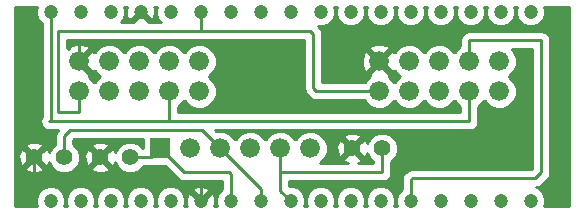
<source format=gtl>
G04 #@! TF.FileFunction,Copper,L1,Top,Signal*
%FSLAX46Y46*%
G04 Gerber Fmt 4.6, Leading zero omitted, Abs format (unit mm)*
G04 Created by KiCad (PCBNEW 0.201412191901+5326~19~ubuntu14.04.1-product) date Mon 22 Dec 2014 04:55:03 PM PST*
%MOMM*%
G01*
G04 APERTURE LIST*
%ADD10C,0.100000*%
%ADD11R,1.676400X1.676400*%
%ADD12C,1.676400*%
%ADD13C,1.397000*%
%ADD14C,1.200000*%
%ADD15C,0.889000*%
%ADD16C,0.254000*%
G04 APERTURE END LIST*
D10*
D11*
X161290000Y-99568000D03*
D12*
X163830000Y-99568000D03*
X166370000Y-99568000D03*
X168910000Y-99568000D03*
X171450000Y-99568000D03*
X173990000Y-99568000D03*
X154432000Y-94742000D03*
X154432000Y-92202000D03*
X156972000Y-94742000D03*
X156972000Y-92202000D03*
X159512000Y-94742000D03*
X159512000Y-92202000D03*
X162052000Y-94742000D03*
X162052000Y-92202000D03*
X164592000Y-94742000D03*
X164592000Y-92202000D03*
X179832000Y-94742000D03*
X179832000Y-92202000D03*
X182372000Y-94742000D03*
X182372000Y-92202000D03*
X184912000Y-94742000D03*
X184912000Y-92202000D03*
X187452000Y-94742000D03*
X187452000Y-92202000D03*
X189992000Y-94742000D03*
X189992000Y-92202000D03*
D13*
X153162000Y-100330000D03*
X150622000Y-100330000D03*
X156210000Y-100330000D03*
X158750000Y-100330000D03*
X180086000Y-99568000D03*
X177546000Y-99568000D03*
D14*
X152001100Y-88003600D03*
X154541100Y-88003600D03*
X157081100Y-88003600D03*
X159621100Y-88003600D03*
X162161100Y-88003600D03*
X164701100Y-88003600D03*
X167241100Y-88003600D03*
X169781100Y-88003600D03*
X172321100Y-88003600D03*
X174861100Y-88003600D03*
X177401100Y-88003600D03*
X179941100Y-88003600D03*
X182481100Y-88003600D03*
X185021100Y-88003600D03*
X187561100Y-88003600D03*
X190101100Y-88003600D03*
X192641100Y-88003600D03*
X152001100Y-104003600D03*
X154541100Y-104003600D03*
X157081100Y-104003600D03*
X159621100Y-104003600D03*
X162161100Y-104003600D03*
X164701100Y-104003600D03*
X167241100Y-104003600D03*
X169781100Y-104003600D03*
X172321100Y-104003600D03*
X174861100Y-104003600D03*
X177401100Y-104003600D03*
X179941100Y-104003600D03*
X182481100Y-104003600D03*
X185021100Y-104003600D03*
X187561100Y-104003600D03*
X190101100Y-104003600D03*
X192641100Y-104003600D03*
D15*
X173990000Y-96012000D03*
X172720000Y-92202000D03*
D16*
X167241100Y-101709100D02*
X167132000Y-101600000D01*
X167132000Y-101600000D02*
X163322000Y-101600000D01*
X163322000Y-101600000D02*
X161290000Y-99568000D01*
X167241100Y-104003600D02*
X167241100Y-101709100D01*
X160528000Y-100330000D02*
X161290000Y-99568000D01*
X158750000Y-100330000D02*
X160528000Y-100330000D01*
X169781100Y-102979100D02*
X166370000Y-99568000D01*
X169781100Y-104003600D02*
X169781100Y-102979100D01*
X153162000Y-98552000D02*
X153670000Y-98044000D01*
X153670000Y-98044000D02*
X164846000Y-98044000D01*
X164846000Y-98044000D02*
X166370000Y-99568000D01*
X153162000Y-100330000D02*
X153162000Y-98552000D01*
X180086000Y-101600000D02*
X171450000Y-101600000D01*
X171450000Y-101600000D02*
X171450000Y-99568000D01*
X180086000Y-99568000D02*
X180086000Y-101600000D01*
X171450000Y-103132500D02*
X172321100Y-104003600D01*
X171450000Y-101600000D02*
X171450000Y-103132500D01*
X154432000Y-96520000D02*
X152654000Y-96520000D01*
X152654000Y-96520000D02*
X152654000Y-89662000D01*
X152654000Y-89662000D02*
X164592000Y-89662000D01*
X164592000Y-89662000D02*
X164701100Y-89552900D01*
X164701100Y-89552900D02*
X164701100Y-88003600D01*
X154432000Y-94742000D02*
X154432000Y-96520000D01*
X173990000Y-89662000D02*
X174244000Y-89916000D01*
X174244000Y-89916000D02*
X174244000Y-94488000D01*
X174244000Y-94488000D02*
X174498000Y-94742000D01*
X174498000Y-94742000D02*
X179832000Y-94742000D01*
X164592000Y-89662000D02*
X173990000Y-89662000D01*
X154432000Y-90424000D02*
X172720000Y-90424000D01*
X154432000Y-90424000D02*
X154432000Y-92202000D01*
X172720000Y-90424000D02*
X172720000Y-92202000D01*
X150622000Y-102362000D02*
X150876000Y-102616000D01*
X150876000Y-102616000D02*
X153924000Y-102616000D01*
X153924000Y-102616000D02*
X156210000Y-100330000D01*
X150622000Y-100330000D02*
X150622000Y-102362000D01*
X164701100Y-102725100D02*
X164338000Y-102362000D01*
X164338000Y-102362000D02*
X158242000Y-102362000D01*
X158242000Y-102362000D02*
X156210000Y-100330000D01*
X164701100Y-104003600D02*
X164701100Y-102725100D01*
X173990000Y-96012000D02*
X172720000Y-94742000D01*
X172720000Y-94742000D02*
X172720000Y-92202000D01*
X162052000Y-97282000D02*
X151892000Y-97282000D01*
X187452000Y-97282000D02*
X162052000Y-97282000D01*
X151892000Y-97282000D02*
X152001100Y-97172900D01*
X152001100Y-97172900D02*
X152001100Y-88003600D01*
X187452000Y-94742000D02*
X187452000Y-97282000D01*
X162052000Y-94742000D02*
X162052000Y-97282000D01*
X182481100Y-102217100D02*
X182590200Y-102108000D01*
X182590200Y-102108000D02*
X193040000Y-102108000D01*
X193040000Y-102108000D02*
X193548000Y-101600000D01*
X193548000Y-101600000D02*
X193548000Y-90424000D01*
X193548000Y-90424000D02*
X187452000Y-90424000D01*
X187452000Y-90424000D02*
X187452000Y-92202000D01*
X182481100Y-104003600D02*
X182481100Y-102217100D01*
G36*
X161310905Y-88900000D02*
X160296835Y-88900000D01*
X160304230Y-88866335D01*
X159621100Y-88183205D01*
X158937970Y-88866335D01*
X158945364Y-88900000D01*
X157931213Y-88900000D01*
X158127471Y-88704085D01*
X158315885Y-88250334D01*
X158316314Y-87759021D01*
X158231187Y-87553000D01*
X158470055Y-87553000D01*
X158373293Y-87834636D01*
X158403618Y-88325013D01*
X158532936Y-88637217D01*
X158758365Y-88686730D01*
X159441495Y-88003600D01*
X159427352Y-87989457D01*
X159606957Y-87809852D01*
X159621100Y-87823995D01*
X159635242Y-87809852D01*
X159814847Y-87989457D01*
X159800705Y-88003600D01*
X160483835Y-88686730D01*
X160709264Y-88637217D01*
X160868907Y-88172564D01*
X160838582Y-87682187D01*
X160785071Y-87553000D01*
X161010967Y-87553000D01*
X160926315Y-87756866D01*
X160925886Y-88248179D01*
X161113508Y-88702257D01*
X161310905Y-88900000D01*
X161310905Y-88900000D01*
G37*
X161310905Y-88900000D02*
X160296835Y-88900000D01*
X160304230Y-88866335D01*
X159621100Y-88183205D01*
X158937970Y-88866335D01*
X158945364Y-88900000D01*
X157931213Y-88900000D01*
X158127471Y-88704085D01*
X158315885Y-88250334D01*
X158316314Y-87759021D01*
X158231187Y-87553000D01*
X158470055Y-87553000D01*
X158373293Y-87834636D01*
X158403618Y-88325013D01*
X158532936Y-88637217D01*
X158758365Y-88686730D01*
X159441495Y-88003600D01*
X159427352Y-87989457D01*
X159606957Y-87809852D01*
X159621100Y-87823995D01*
X159635242Y-87809852D01*
X159814847Y-87989457D01*
X159800705Y-88003600D01*
X160483835Y-88686730D01*
X160709264Y-88637217D01*
X160868907Y-88172564D01*
X160838582Y-87682187D01*
X160785071Y-87553000D01*
X161010967Y-87553000D01*
X160926315Y-87756866D01*
X160925886Y-88248179D01*
X161113508Y-88702257D01*
X161310905Y-88900000D01*
G36*
X166479100Y-103019240D02*
X166194729Y-103303115D01*
X166006315Y-103756866D01*
X166005886Y-104248179D01*
X166097954Y-104471000D01*
X165846371Y-104471000D01*
X165948907Y-104172564D01*
X165918582Y-103682187D01*
X165789264Y-103369983D01*
X165563835Y-103320470D01*
X165384230Y-103500075D01*
X165384230Y-103140865D01*
X165334717Y-102915436D01*
X164870064Y-102755793D01*
X164379687Y-102786118D01*
X164067483Y-102915436D01*
X164017970Y-103140865D01*
X164701100Y-103823995D01*
X165384230Y-103140865D01*
X165384230Y-103500075D01*
X164880705Y-104003600D01*
X164894847Y-104017742D01*
X164715242Y-104197347D01*
X164701100Y-104183205D01*
X164686957Y-104197347D01*
X164507352Y-104017742D01*
X164521495Y-104003600D01*
X163838365Y-103320470D01*
X163612936Y-103369983D01*
X163453293Y-103834636D01*
X163483618Y-104325013D01*
X163544087Y-104471000D01*
X163304256Y-104471000D01*
X163395885Y-104250334D01*
X163396314Y-103759021D01*
X163208692Y-103304943D01*
X162861585Y-102957229D01*
X162407834Y-102768815D01*
X161916521Y-102768386D01*
X161462443Y-102956008D01*
X161114729Y-103303115D01*
X160926315Y-103756866D01*
X160925886Y-104248179D01*
X161017954Y-104471000D01*
X160764256Y-104471000D01*
X160855885Y-104250334D01*
X160856314Y-103759021D01*
X160668692Y-103304943D01*
X160321585Y-102957229D01*
X159867834Y-102768815D01*
X159376521Y-102768386D01*
X158922443Y-102956008D01*
X158574729Y-103303115D01*
X158386315Y-103756866D01*
X158385886Y-104248179D01*
X158477954Y-104471000D01*
X158224256Y-104471000D01*
X158315885Y-104250334D01*
X158316314Y-103759021D01*
X158128692Y-103304943D01*
X157781585Y-102957229D01*
X157327834Y-102768815D01*
X156964583Y-102768497D01*
X156964583Y-101264188D01*
X156210000Y-100509605D01*
X156030395Y-100689210D01*
X156030395Y-100330000D01*
X155275812Y-99575417D01*
X155040200Y-99637071D01*
X154864073Y-100137480D01*
X154892852Y-100667199D01*
X155040200Y-101022929D01*
X155275812Y-101084583D01*
X156030395Y-100330000D01*
X156030395Y-100689210D01*
X155455417Y-101264188D01*
X155517071Y-101499800D01*
X156017480Y-101675927D01*
X156547199Y-101647148D01*
X156902929Y-101499800D01*
X156964583Y-101264188D01*
X156964583Y-102768497D01*
X156836521Y-102768386D01*
X156382443Y-102956008D01*
X156034729Y-103303115D01*
X155846315Y-103756866D01*
X155845886Y-104248179D01*
X155937954Y-104471000D01*
X155684256Y-104471000D01*
X155775885Y-104250334D01*
X155776314Y-103759021D01*
X155588692Y-103304943D01*
X155241585Y-102957229D01*
X154787834Y-102768815D01*
X154296521Y-102768386D01*
X153842443Y-102956008D01*
X153494729Y-103303115D01*
X153306315Y-103756866D01*
X153305886Y-104248179D01*
X153397954Y-104471000D01*
X153144256Y-104471000D01*
X153235885Y-104250334D01*
X153236314Y-103759021D01*
X153048692Y-103304943D01*
X152701585Y-102957229D01*
X152247834Y-102768815D01*
X151756521Y-102768386D01*
X151376583Y-102925373D01*
X151376583Y-101264188D01*
X150622000Y-100509605D01*
X150442395Y-100689210D01*
X150442395Y-100330000D01*
X149687812Y-99575417D01*
X149452200Y-99637071D01*
X149276073Y-100137480D01*
X149304852Y-100667199D01*
X149452200Y-101022929D01*
X149687812Y-101084583D01*
X150442395Y-100330000D01*
X150442395Y-100689210D01*
X149867417Y-101264188D01*
X149929071Y-101499800D01*
X150429480Y-101675927D01*
X150959199Y-101647148D01*
X151314929Y-101499800D01*
X151376583Y-101264188D01*
X151376583Y-102925373D01*
X151302443Y-102956008D01*
X150954729Y-103303115D01*
X150766315Y-103756866D01*
X150765886Y-104248179D01*
X150857954Y-104471000D01*
X149021000Y-104471000D01*
X149021000Y-87553000D01*
X150850967Y-87553000D01*
X150766315Y-87756866D01*
X150765886Y-88248179D01*
X150953508Y-88702257D01*
X151239100Y-88988348D01*
X151239100Y-96913924D01*
X151188004Y-96990395D01*
X151130000Y-97282000D01*
X151188004Y-97573605D01*
X151353185Y-97820815D01*
X151600395Y-97985996D01*
X151600396Y-97985996D01*
X151892000Y-98044000D01*
X152602595Y-98044000D01*
X152458004Y-98260395D01*
X152400000Y-98552000D01*
X152400000Y-99206460D01*
X152032173Y-99573647D01*
X151898686Y-99895118D01*
X151791800Y-99637071D01*
X151556188Y-99575417D01*
X151376583Y-99755022D01*
X151376583Y-99395812D01*
X151314929Y-99160200D01*
X150814520Y-98984073D01*
X150284801Y-99012852D01*
X149929071Y-99160200D01*
X149867417Y-99395812D01*
X150622000Y-100150395D01*
X151376583Y-99395812D01*
X151376583Y-99755022D01*
X150801605Y-100330000D01*
X151556188Y-101084583D01*
X151791800Y-101022929D01*
X151890083Y-100743688D01*
X152030854Y-101084380D01*
X152405647Y-101459827D01*
X152895587Y-101663268D01*
X153426086Y-101663731D01*
X153916380Y-101461146D01*
X154291827Y-101086353D01*
X154495268Y-100596413D01*
X154495731Y-100065914D01*
X154293146Y-99575620D01*
X153924000Y-99205829D01*
X153924000Y-98867630D01*
X153985630Y-98806000D01*
X159804360Y-98806000D01*
X159804360Y-99498700D01*
X159506353Y-99200173D01*
X159016413Y-98996732D01*
X158485914Y-98996269D01*
X157995620Y-99198854D01*
X157620173Y-99573647D01*
X157486686Y-99895118D01*
X157379800Y-99637071D01*
X157144188Y-99575417D01*
X156964583Y-99755022D01*
X156964583Y-99395812D01*
X156902929Y-99160200D01*
X156402520Y-98984073D01*
X155872801Y-99012852D01*
X155517071Y-99160200D01*
X155455417Y-99395812D01*
X156210000Y-100150395D01*
X156964583Y-99395812D01*
X156964583Y-99755022D01*
X156389605Y-100330000D01*
X157144188Y-101084583D01*
X157379800Y-101022929D01*
X157478083Y-100743688D01*
X157618854Y-101084380D01*
X157993647Y-101459827D01*
X158483587Y-101663268D01*
X159014086Y-101663731D01*
X159504380Y-101461146D01*
X159874170Y-101092000D01*
X160528000Y-101092000D01*
X160528000Y-101091999D01*
X160720845Y-101053640D01*
X160720848Y-101053640D01*
X161698010Y-101053640D01*
X162783185Y-102138815D01*
X163030395Y-102303996D01*
X163030396Y-102303996D01*
X163322000Y-102362000D01*
X166479100Y-102362000D01*
X166479100Y-103019240D01*
X166479100Y-103019240D01*
G37*
X166479100Y-103019240D02*
X166194729Y-103303115D01*
X166006315Y-103756866D01*
X166005886Y-104248179D01*
X166097954Y-104471000D01*
X165846371Y-104471000D01*
X165948907Y-104172564D01*
X165918582Y-103682187D01*
X165789264Y-103369983D01*
X165563835Y-103320470D01*
X165384230Y-103500075D01*
X165384230Y-103140865D01*
X165334717Y-102915436D01*
X164870064Y-102755793D01*
X164379687Y-102786118D01*
X164067483Y-102915436D01*
X164017970Y-103140865D01*
X164701100Y-103823995D01*
X165384230Y-103140865D01*
X165384230Y-103500075D01*
X164880705Y-104003600D01*
X164894847Y-104017742D01*
X164715242Y-104197347D01*
X164701100Y-104183205D01*
X164686957Y-104197347D01*
X164507352Y-104017742D01*
X164521495Y-104003600D01*
X163838365Y-103320470D01*
X163612936Y-103369983D01*
X163453293Y-103834636D01*
X163483618Y-104325013D01*
X163544087Y-104471000D01*
X163304256Y-104471000D01*
X163395885Y-104250334D01*
X163396314Y-103759021D01*
X163208692Y-103304943D01*
X162861585Y-102957229D01*
X162407834Y-102768815D01*
X161916521Y-102768386D01*
X161462443Y-102956008D01*
X161114729Y-103303115D01*
X160926315Y-103756866D01*
X160925886Y-104248179D01*
X161017954Y-104471000D01*
X160764256Y-104471000D01*
X160855885Y-104250334D01*
X160856314Y-103759021D01*
X160668692Y-103304943D01*
X160321585Y-102957229D01*
X159867834Y-102768815D01*
X159376521Y-102768386D01*
X158922443Y-102956008D01*
X158574729Y-103303115D01*
X158386315Y-103756866D01*
X158385886Y-104248179D01*
X158477954Y-104471000D01*
X158224256Y-104471000D01*
X158315885Y-104250334D01*
X158316314Y-103759021D01*
X158128692Y-103304943D01*
X157781585Y-102957229D01*
X157327834Y-102768815D01*
X156964583Y-102768497D01*
X156964583Y-101264188D01*
X156210000Y-100509605D01*
X156030395Y-100689210D01*
X156030395Y-100330000D01*
X155275812Y-99575417D01*
X155040200Y-99637071D01*
X154864073Y-100137480D01*
X154892852Y-100667199D01*
X155040200Y-101022929D01*
X155275812Y-101084583D01*
X156030395Y-100330000D01*
X156030395Y-100689210D01*
X155455417Y-101264188D01*
X155517071Y-101499800D01*
X156017480Y-101675927D01*
X156547199Y-101647148D01*
X156902929Y-101499800D01*
X156964583Y-101264188D01*
X156964583Y-102768497D01*
X156836521Y-102768386D01*
X156382443Y-102956008D01*
X156034729Y-103303115D01*
X155846315Y-103756866D01*
X155845886Y-104248179D01*
X155937954Y-104471000D01*
X155684256Y-104471000D01*
X155775885Y-104250334D01*
X155776314Y-103759021D01*
X155588692Y-103304943D01*
X155241585Y-102957229D01*
X154787834Y-102768815D01*
X154296521Y-102768386D01*
X153842443Y-102956008D01*
X153494729Y-103303115D01*
X153306315Y-103756866D01*
X153305886Y-104248179D01*
X153397954Y-104471000D01*
X153144256Y-104471000D01*
X153235885Y-104250334D01*
X153236314Y-103759021D01*
X153048692Y-103304943D01*
X152701585Y-102957229D01*
X152247834Y-102768815D01*
X151756521Y-102768386D01*
X151376583Y-102925373D01*
X151376583Y-101264188D01*
X150622000Y-100509605D01*
X150442395Y-100689210D01*
X150442395Y-100330000D01*
X149687812Y-99575417D01*
X149452200Y-99637071D01*
X149276073Y-100137480D01*
X149304852Y-100667199D01*
X149452200Y-101022929D01*
X149687812Y-101084583D01*
X150442395Y-100330000D01*
X150442395Y-100689210D01*
X149867417Y-101264188D01*
X149929071Y-101499800D01*
X150429480Y-101675927D01*
X150959199Y-101647148D01*
X151314929Y-101499800D01*
X151376583Y-101264188D01*
X151376583Y-102925373D01*
X151302443Y-102956008D01*
X150954729Y-103303115D01*
X150766315Y-103756866D01*
X150765886Y-104248179D01*
X150857954Y-104471000D01*
X149021000Y-104471000D01*
X149021000Y-87553000D01*
X150850967Y-87553000D01*
X150766315Y-87756866D01*
X150765886Y-88248179D01*
X150953508Y-88702257D01*
X151239100Y-88988348D01*
X151239100Y-96913924D01*
X151188004Y-96990395D01*
X151130000Y-97282000D01*
X151188004Y-97573605D01*
X151353185Y-97820815D01*
X151600395Y-97985996D01*
X151600396Y-97985996D01*
X151892000Y-98044000D01*
X152602595Y-98044000D01*
X152458004Y-98260395D01*
X152400000Y-98552000D01*
X152400000Y-99206460D01*
X152032173Y-99573647D01*
X151898686Y-99895118D01*
X151791800Y-99637071D01*
X151556188Y-99575417D01*
X151376583Y-99755022D01*
X151376583Y-99395812D01*
X151314929Y-99160200D01*
X150814520Y-98984073D01*
X150284801Y-99012852D01*
X149929071Y-99160200D01*
X149867417Y-99395812D01*
X150622000Y-100150395D01*
X151376583Y-99395812D01*
X151376583Y-99755022D01*
X150801605Y-100330000D01*
X151556188Y-101084583D01*
X151791800Y-101022929D01*
X151890083Y-100743688D01*
X152030854Y-101084380D01*
X152405647Y-101459827D01*
X152895587Y-101663268D01*
X153426086Y-101663731D01*
X153916380Y-101461146D01*
X154291827Y-101086353D01*
X154495268Y-100596413D01*
X154495731Y-100065914D01*
X154293146Y-99575620D01*
X153924000Y-99205829D01*
X153924000Y-98867630D01*
X153985630Y-98806000D01*
X159804360Y-98806000D01*
X159804360Y-99498700D01*
X159506353Y-99200173D01*
X159016413Y-98996732D01*
X158485914Y-98996269D01*
X157995620Y-99198854D01*
X157620173Y-99573647D01*
X157486686Y-99895118D01*
X157379800Y-99637071D01*
X157144188Y-99575417D01*
X156964583Y-99755022D01*
X156964583Y-99395812D01*
X156902929Y-99160200D01*
X156402520Y-98984073D01*
X155872801Y-99012852D01*
X155517071Y-99160200D01*
X155455417Y-99395812D01*
X156210000Y-100150395D01*
X156964583Y-99395812D01*
X156964583Y-99755022D01*
X156389605Y-100330000D01*
X157144188Y-101084583D01*
X157379800Y-101022929D01*
X157478083Y-100743688D01*
X157618854Y-101084380D01*
X157993647Y-101459827D01*
X158483587Y-101663268D01*
X159014086Y-101663731D01*
X159504380Y-101461146D01*
X159874170Y-101092000D01*
X160528000Y-101092000D01*
X160528000Y-101091999D01*
X160720845Y-101053640D01*
X160720848Y-101053640D01*
X161698010Y-101053640D01*
X162783185Y-102138815D01*
X163030395Y-102303996D01*
X163030396Y-102303996D01*
X163322000Y-102362000D01*
X166479100Y-102362000D01*
X166479100Y-103019240D01*
G36*
X186690000Y-96520000D02*
X162814000Y-96520000D01*
X162814000Y-96021153D01*
X162885411Y-95991647D01*
X163300190Y-95577591D01*
X163321775Y-95525608D01*
X163342353Y-95575411D01*
X163756409Y-95990190D01*
X164297677Y-96214944D01*
X164883752Y-96215455D01*
X165425411Y-95991647D01*
X165840190Y-95577591D01*
X166064944Y-95036323D01*
X166065455Y-94450248D01*
X165841647Y-93908589D01*
X165427591Y-93493810D01*
X165375608Y-93472224D01*
X165425411Y-93451647D01*
X165840190Y-93037591D01*
X166064944Y-92496323D01*
X166065455Y-91910248D01*
X165841647Y-91368589D01*
X165427591Y-90953810D01*
X164886323Y-90729056D01*
X164300248Y-90728545D01*
X163758589Y-90952353D01*
X163343810Y-91366409D01*
X163322224Y-91418391D01*
X163301647Y-91368589D01*
X162887591Y-90953810D01*
X162346323Y-90729056D01*
X161760248Y-90728545D01*
X161218589Y-90952353D01*
X160803810Y-91366409D01*
X160782224Y-91418391D01*
X160761647Y-91368589D01*
X160347591Y-90953810D01*
X159806323Y-90729056D01*
X159220248Y-90728545D01*
X158678589Y-90952353D01*
X158263810Y-91366409D01*
X158242224Y-91418391D01*
X158221647Y-91368589D01*
X157807591Y-90953810D01*
X157266323Y-90729056D01*
X156680248Y-90728545D01*
X156138589Y-90952353D01*
X155723810Y-91366409D01*
X155701558Y-91419995D01*
X155467413Y-91346192D01*
X155287808Y-91525797D01*
X154611605Y-92202000D01*
X155467413Y-93057808D01*
X155701163Y-92984129D01*
X155722353Y-93035411D01*
X156136409Y-93450190D01*
X156188391Y-93471775D01*
X156138589Y-93492353D01*
X155723810Y-93906409D01*
X155702224Y-93958391D01*
X155681647Y-93908589D01*
X155267591Y-93493810D01*
X155214004Y-93471558D01*
X155287808Y-93237413D01*
X154432000Y-92381605D01*
X154417857Y-92395747D01*
X154238252Y-92216142D01*
X154252395Y-92202000D01*
X154238252Y-92187857D01*
X154417857Y-92008252D01*
X154432000Y-92022395D01*
X155287808Y-91166587D01*
X155208983Y-90916510D01*
X154657903Y-90717023D01*
X154072431Y-90743611D01*
X153655017Y-90916510D01*
X153576192Y-91166584D01*
X153461445Y-91051837D01*
X153416000Y-91097282D01*
X153416000Y-90424000D01*
X164592000Y-90424000D01*
X173482000Y-90424000D01*
X173482000Y-94488000D01*
X173540004Y-94779605D01*
X173705185Y-95026815D01*
X173959184Y-95280815D01*
X173959185Y-95280815D01*
X174206395Y-95445996D01*
X174498000Y-95504000D01*
X178552846Y-95504000D01*
X178582353Y-95575411D01*
X178996409Y-95990190D01*
X179537677Y-96214944D01*
X180123752Y-96215455D01*
X180665411Y-95991647D01*
X181080190Y-95577591D01*
X181101775Y-95525608D01*
X181122353Y-95575411D01*
X181536409Y-95990190D01*
X182077677Y-96214944D01*
X182663752Y-96215455D01*
X183205411Y-95991647D01*
X183620190Y-95577591D01*
X183641775Y-95525608D01*
X183662353Y-95575411D01*
X184076409Y-95990190D01*
X184617677Y-96214944D01*
X185203752Y-96215455D01*
X185745411Y-95991647D01*
X186160190Y-95577591D01*
X186181775Y-95525608D01*
X186202353Y-95575411D01*
X186616409Y-95990190D01*
X186690000Y-96020747D01*
X186690000Y-96520000D01*
X186690000Y-96520000D01*
G37*
X186690000Y-96520000D02*
X162814000Y-96520000D01*
X162814000Y-96021153D01*
X162885411Y-95991647D01*
X163300190Y-95577591D01*
X163321775Y-95525608D01*
X163342353Y-95575411D01*
X163756409Y-95990190D01*
X164297677Y-96214944D01*
X164883752Y-96215455D01*
X165425411Y-95991647D01*
X165840190Y-95577591D01*
X166064944Y-95036323D01*
X166065455Y-94450248D01*
X165841647Y-93908589D01*
X165427591Y-93493810D01*
X165375608Y-93472224D01*
X165425411Y-93451647D01*
X165840190Y-93037591D01*
X166064944Y-92496323D01*
X166065455Y-91910248D01*
X165841647Y-91368589D01*
X165427591Y-90953810D01*
X164886323Y-90729056D01*
X164300248Y-90728545D01*
X163758589Y-90952353D01*
X163343810Y-91366409D01*
X163322224Y-91418391D01*
X163301647Y-91368589D01*
X162887591Y-90953810D01*
X162346323Y-90729056D01*
X161760248Y-90728545D01*
X161218589Y-90952353D01*
X160803810Y-91366409D01*
X160782224Y-91418391D01*
X160761647Y-91368589D01*
X160347591Y-90953810D01*
X159806323Y-90729056D01*
X159220248Y-90728545D01*
X158678589Y-90952353D01*
X158263810Y-91366409D01*
X158242224Y-91418391D01*
X158221647Y-91368589D01*
X157807591Y-90953810D01*
X157266323Y-90729056D01*
X156680248Y-90728545D01*
X156138589Y-90952353D01*
X155723810Y-91366409D01*
X155701558Y-91419995D01*
X155467413Y-91346192D01*
X155287808Y-91525797D01*
X154611605Y-92202000D01*
X155467413Y-93057808D01*
X155701163Y-92984129D01*
X155722353Y-93035411D01*
X156136409Y-93450190D01*
X156188391Y-93471775D01*
X156138589Y-93492353D01*
X155723810Y-93906409D01*
X155702224Y-93958391D01*
X155681647Y-93908589D01*
X155267591Y-93493810D01*
X155214004Y-93471558D01*
X155287808Y-93237413D01*
X154432000Y-92381605D01*
X154417857Y-92395747D01*
X154238252Y-92216142D01*
X154252395Y-92202000D01*
X154238252Y-92187857D01*
X154417857Y-92008252D01*
X154432000Y-92022395D01*
X155287808Y-91166587D01*
X155208983Y-90916510D01*
X154657903Y-90717023D01*
X154072431Y-90743611D01*
X153655017Y-90916510D01*
X153576192Y-91166584D01*
X153461445Y-91051837D01*
X153416000Y-91097282D01*
X153416000Y-90424000D01*
X164592000Y-90424000D01*
X173482000Y-90424000D01*
X173482000Y-94488000D01*
X173540004Y-94779605D01*
X173705185Y-95026815D01*
X173959184Y-95280815D01*
X173959185Y-95280815D01*
X174206395Y-95445996D01*
X174498000Y-95504000D01*
X178552846Y-95504000D01*
X178582353Y-95575411D01*
X178996409Y-95990190D01*
X179537677Y-96214944D01*
X180123752Y-96215455D01*
X180665411Y-95991647D01*
X181080190Y-95577591D01*
X181101775Y-95525608D01*
X181122353Y-95575411D01*
X181536409Y-95990190D01*
X182077677Y-96214944D01*
X182663752Y-96215455D01*
X183205411Y-95991647D01*
X183620190Y-95577591D01*
X183641775Y-95525608D01*
X183662353Y-95575411D01*
X184076409Y-95990190D01*
X184617677Y-96214944D01*
X185203752Y-96215455D01*
X185745411Y-95991647D01*
X186160190Y-95577591D01*
X186181775Y-95525608D01*
X186202353Y-95575411D01*
X186616409Y-95990190D01*
X186690000Y-96020747D01*
X186690000Y-96520000D01*
G36*
X192786000Y-101284369D02*
X192724369Y-101346000D01*
X182590200Y-101346000D01*
X182298595Y-101404004D01*
X182199576Y-101470165D01*
X182051385Y-101569184D01*
X181942285Y-101678285D01*
X181777104Y-101925495D01*
X181719100Y-102217100D01*
X181719100Y-103019240D01*
X181434729Y-103303115D01*
X181246315Y-103756866D01*
X181245886Y-104248179D01*
X181337954Y-104471000D01*
X181084256Y-104471000D01*
X181175885Y-104250334D01*
X181176314Y-103759021D01*
X180988692Y-103304943D01*
X180641585Y-102957229D01*
X180187834Y-102768815D01*
X179696521Y-102768386D01*
X179242443Y-102956008D01*
X178894729Y-103303115D01*
X178706315Y-103756866D01*
X178705886Y-104248179D01*
X178797954Y-104471000D01*
X178544256Y-104471000D01*
X178635885Y-104250334D01*
X178636314Y-103759021D01*
X178448692Y-103304943D01*
X178101585Y-102957229D01*
X177647834Y-102768815D01*
X177156521Y-102768386D01*
X176702443Y-102956008D01*
X176354729Y-103303115D01*
X176166315Y-103756866D01*
X176165886Y-104248179D01*
X176257954Y-104471000D01*
X176004256Y-104471000D01*
X176095885Y-104250334D01*
X176096314Y-103759021D01*
X175908692Y-103304943D01*
X175561585Y-102957229D01*
X175107834Y-102768815D01*
X174616521Y-102768386D01*
X174162443Y-102956008D01*
X173814729Y-103303115D01*
X173626315Y-103756866D01*
X173625886Y-104248179D01*
X173717954Y-104471000D01*
X173464256Y-104471000D01*
X173555885Y-104250334D01*
X173556314Y-103759021D01*
X173368692Y-103304943D01*
X173021585Y-102957229D01*
X172567834Y-102768815D01*
X172212000Y-102768504D01*
X172212000Y-102362000D01*
X180086000Y-102362000D01*
X180377605Y-102303996D01*
X180624815Y-102138815D01*
X180789996Y-101891605D01*
X180848000Y-101600000D01*
X180848000Y-100691539D01*
X181215827Y-100324353D01*
X181419268Y-99834413D01*
X181419731Y-99303914D01*
X181217146Y-98813620D01*
X180842353Y-98438173D01*
X180352413Y-98234732D01*
X179821914Y-98234269D01*
X179331620Y-98436854D01*
X178956173Y-98811647D01*
X178822686Y-99133118D01*
X178715800Y-98875071D01*
X178480188Y-98813417D01*
X178300583Y-98993022D01*
X178300583Y-98633812D01*
X178238929Y-98398200D01*
X177738520Y-98222073D01*
X177208801Y-98250852D01*
X176853071Y-98398200D01*
X176791417Y-98633812D01*
X177546000Y-99388395D01*
X178300583Y-98633812D01*
X178300583Y-98993022D01*
X177725605Y-99568000D01*
X178480188Y-100322583D01*
X178715800Y-100260929D01*
X178814083Y-99981688D01*
X178954854Y-100322380D01*
X179324000Y-100692170D01*
X179324000Y-100838000D01*
X177997024Y-100838000D01*
X178238929Y-100737800D01*
X178300583Y-100502188D01*
X177546000Y-99747605D01*
X177366395Y-99927210D01*
X177366395Y-99568000D01*
X176611812Y-98813417D01*
X176376200Y-98875071D01*
X176200073Y-99375480D01*
X176228852Y-99905199D01*
X176376200Y-100260929D01*
X176611812Y-100322583D01*
X177366395Y-99568000D01*
X177366395Y-99927210D01*
X176791417Y-100502188D01*
X176853071Y-100737800D01*
X177137757Y-100838000D01*
X174774152Y-100838000D01*
X174823411Y-100817647D01*
X175238190Y-100403591D01*
X175462944Y-99862323D01*
X175463455Y-99276248D01*
X175239647Y-98734589D01*
X174825591Y-98319810D01*
X174284323Y-98095056D01*
X173698248Y-98094545D01*
X173156589Y-98318353D01*
X172741810Y-98732409D01*
X172720224Y-98784391D01*
X172699647Y-98734589D01*
X172285591Y-98319810D01*
X171744323Y-98095056D01*
X171158248Y-98094545D01*
X170616589Y-98318353D01*
X170201810Y-98732409D01*
X170180224Y-98784391D01*
X170159647Y-98734589D01*
X169745591Y-98319810D01*
X169204323Y-98095056D01*
X168618248Y-98094545D01*
X168076589Y-98318353D01*
X167661810Y-98732409D01*
X167640224Y-98784391D01*
X167619647Y-98734589D01*
X167205591Y-98319810D01*
X166664323Y-98095056D01*
X166078248Y-98094545D01*
X166004604Y-98124973D01*
X165923630Y-98044000D01*
X187452000Y-98044000D01*
X187743605Y-97985996D01*
X187990815Y-97820815D01*
X188155996Y-97573605D01*
X188214000Y-97282000D01*
X188214000Y-96021153D01*
X188285411Y-95991647D01*
X188700190Y-95577591D01*
X188721775Y-95525608D01*
X188742353Y-95575411D01*
X189156409Y-95990190D01*
X189697677Y-96214944D01*
X190283752Y-96215455D01*
X190825411Y-95991647D01*
X191240190Y-95577591D01*
X191464944Y-95036323D01*
X191465455Y-94450248D01*
X191241647Y-93908589D01*
X190827591Y-93493810D01*
X190775608Y-93472224D01*
X190825411Y-93451647D01*
X191240190Y-93037591D01*
X191464944Y-92496323D01*
X191465455Y-91910248D01*
X191241647Y-91368589D01*
X191059376Y-91186000D01*
X192786000Y-91186000D01*
X192786000Y-101284369D01*
X192786000Y-101284369D01*
G37*
X192786000Y-101284369D02*
X192724369Y-101346000D01*
X182590200Y-101346000D01*
X182298595Y-101404004D01*
X182199576Y-101470165D01*
X182051385Y-101569184D01*
X181942285Y-101678285D01*
X181777104Y-101925495D01*
X181719100Y-102217100D01*
X181719100Y-103019240D01*
X181434729Y-103303115D01*
X181246315Y-103756866D01*
X181245886Y-104248179D01*
X181337954Y-104471000D01*
X181084256Y-104471000D01*
X181175885Y-104250334D01*
X181176314Y-103759021D01*
X180988692Y-103304943D01*
X180641585Y-102957229D01*
X180187834Y-102768815D01*
X179696521Y-102768386D01*
X179242443Y-102956008D01*
X178894729Y-103303115D01*
X178706315Y-103756866D01*
X178705886Y-104248179D01*
X178797954Y-104471000D01*
X178544256Y-104471000D01*
X178635885Y-104250334D01*
X178636314Y-103759021D01*
X178448692Y-103304943D01*
X178101585Y-102957229D01*
X177647834Y-102768815D01*
X177156521Y-102768386D01*
X176702443Y-102956008D01*
X176354729Y-103303115D01*
X176166315Y-103756866D01*
X176165886Y-104248179D01*
X176257954Y-104471000D01*
X176004256Y-104471000D01*
X176095885Y-104250334D01*
X176096314Y-103759021D01*
X175908692Y-103304943D01*
X175561585Y-102957229D01*
X175107834Y-102768815D01*
X174616521Y-102768386D01*
X174162443Y-102956008D01*
X173814729Y-103303115D01*
X173626315Y-103756866D01*
X173625886Y-104248179D01*
X173717954Y-104471000D01*
X173464256Y-104471000D01*
X173555885Y-104250334D01*
X173556314Y-103759021D01*
X173368692Y-103304943D01*
X173021585Y-102957229D01*
X172567834Y-102768815D01*
X172212000Y-102768504D01*
X172212000Y-102362000D01*
X180086000Y-102362000D01*
X180377605Y-102303996D01*
X180624815Y-102138815D01*
X180789996Y-101891605D01*
X180848000Y-101600000D01*
X180848000Y-100691539D01*
X181215827Y-100324353D01*
X181419268Y-99834413D01*
X181419731Y-99303914D01*
X181217146Y-98813620D01*
X180842353Y-98438173D01*
X180352413Y-98234732D01*
X179821914Y-98234269D01*
X179331620Y-98436854D01*
X178956173Y-98811647D01*
X178822686Y-99133118D01*
X178715800Y-98875071D01*
X178480188Y-98813417D01*
X178300583Y-98993022D01*
X178300583Y-98633812D01*
X178238929Y-98398200D01*
X177738520Y-98222073D01*
X177208801Y-98250852D01*
X176853071Y-98398200D01*
X176791417Y-98633812D01*
X177546000Y-99388395D01*
X178300583Y-98633812D01*
X178300583Y-98993022D01*
X177725605Y-99568000D01*
X178480188Y-100322583D01*
X178715800Y-100260929D01*
X178814083Y-99981688D01*
X178954854Y-100322380D01*
X179324000Y-100692170D01*
X179324000Y-100838000D01*
X177997024Y-100838000D01*
X178238929Y-100737800D01*
X178300583Y-100502188D01*
X177546000Y-99747605D01*
X177366395Y-99927210D01*
X177366395Y-99568000D01*
X176611812Y-98813417D01*
X176376200Y-98875071D01*
X176200073Y-99375480D01*
X176228852Y-99905199D01*
X176376200Y-100260929D01*
X176611812Y-100322583D01*
X177366395Y-99568000D01*
X177366395Y-99927210D01*
X176791417Y-100502188D01*
X176853071Y-100737800D01*
X177137757Y-100838000D01*
X174774152Y-100838000D01*
X174823411Y-100817647D01*
X175238190Y-100403591D01*
X175462944Y-99862323D01*
X175463455Y-99276248D01*
X175239647Y-98734589D01*
X174825591Y-98319810D01*
X174284323Y-98095056D01*
X173698248Y-98094545D01*
X173156589Y-98318353D01*
X172741810Y-98732409D01*
X172720224Y-98784391D01*
X172699647Y-98734589D01*
X172285591Y-98319810D01*
X171744323Y-98095056D01*
X171158248Y-98094545D01*
X170616589Y-98318353D01*
X170201810Y-98732409D01*
X170180224Y-98784391D01*
X170159647Y-98734589D01*
X169745591Y-98319810D01*
X169204323Y-98095056D01*
X168618248Y-98094545D01*
X168076589Y-98318353D01*
X167661810Y-98732409D01*
X167640224Y-98784391D01*
X167619647Y-98734589D01*
X167205591Y-98319810D01*
X166664323Y-98095056D01*
X166078248Y-98094545D01*
X166004604Y-98124973D01*
X165923630Y-98044000D01*
X187452000Y-98044000D01*
X187743605Y-97985996D01*
X187990815Y-97820815D01*
X188155996Y-97573605D01*
X188214000Y-97282000D01*
X188214000Y-96021153D01*
X188285411Y-95991647D01*
X188700190Y-95577591D01*
X188721775Y-95525608D01*
X188742353Y-95575411D01*
X189156409Y-95990190D01*
X189697677Y-96214944D01*
X190283752Y-96215455D01*
X190825411Y-95991647D01*
X191240190Y-95577591D01*
X191464944Y-95036323D01*
X191465455Y-94450248D01*
X191241647Y-93908589D01*
X190827591Y-93493810D01*
X190775608Y-93472224D01*
X190825411Y-93451647D01*
X191240190Y-93037591D01*
X191464944Y-92496323D01*
X191465455Y-91910248D01*
X191241647Y-91368589D01*
X191059376Y-91186000D01*
X192786000Y-91186000D01*
X192786000Y-101284369D01*
G36*
X195911000Y-104471000D02*
X193784256Y-104471000D01*
X193875885Y-104250334D01*
X193876314Y-103759021D01*
X193688692Y-103304943D01*
X193341585Y-102957229D01*
X193101874Y-102857692D01*
X193331604Y-102811996D01*
X193331605Y-102811996D01*
X193578815Y-102646815D01*
X194086815Y-102138816D01*
X194086815Y-102138815D01*
X194251996Y-101891605D01*
X194309999Y-101600000D01*
X194310000Y-101600000D01*
X194310000Y-90424000D01*
X194251996Y-90132395D01*
X194086815Y-89885185D01*
X193839605Y-89720004D01*
X193548000Y-89662000D01*
X187452000Y-89662000D01*
X187160395Y-89720004D01*
X186913185Y-89885185D01*
X186748004Y-90132395D01*
X186690000Y-90424000D01*
X186690000Y-90922846D01*
X186618589Y-90952353D01*
X186203810Y-91366409D01*
X186182224Y-91418391D01*
X186161647Y-91368589D01*
X185747591Y-90953810D01*
X185206323Y-90729056D01*
X184620248Y-90728545D01*
X184078589Y-90952353D01*
X183663810Y-91366409D01*
X183642224Y-91418391D01*
X183621647Y-91368589D01*
X183207591Y-90953810D01*
X182666323Y-90729056D01*
X182080248Y-90728545D01*
X181538589Y-90952353D01*
X181123810Y-91366409D01*
X181101558Y-91419995D01*
X180867413Y-91346192D01*
X180687808Y-91525797D01*
X180687808Y-91166587D01*
X180608983Y-90916510D01*
X180057903Y-90717023D01*
X179472431Y-90743611D01*
X179055017Y-90916510D01*
X178976192Y-91166587D01*
X179832000Y-92022395D01*
X180687808Y-91166587D01*
X180687808Y-91525797D01*
X180011605Y-92202000D01*
X180867413Y-93057808D01*
X181101163Y-92984129D01*
X181122353Y-93035411D01*
X181536409Y-93450190D01*
X181588391Y-93471775D01*
X181538589Y-93492353D01*
X181123810Y-93906409D01*
X181102224Y-93958391D01*
X181081647Y-93908589D01*
X180667591Y-93493810D01*
X180614004Y-93471558D01*
X180687808Y-93237413D01*
X179832000Y-92381605D01*
X179652395Y-92561210D01*
X179652395Y-92202000D01*
X178796587Y-91346192D01*
X178546510Y-91425017D01*
X178347023Y-91976097D01*
X178373611Y-92561569D01*
X178546510Y-92978983D01*
X178796587Y-93057808D01*
X179652395Y-92202000D01*
X179652395Y-92561210D01*
X178976192Y-93237413D01*
X179049870Y-93471163D01*
X178998589Y-93492353D01*
X178583810Y-93906409D01*
X178553252Y-93980000D01*
X175006000Y-93980000D01*
X175006000Y-89916000D01*
X174947996Y-89624395D01*
X174782815Y-89377185D01*
X174782815Y-89377184D01*
X174644041Y-89238410D01*
X175105679Y-89238814D01*
X175559757Y-89051192D01*
X175907471Y-88704085D01*
X176095885Y-88250334D01*
X176096314Y-87759021D01*
X176011187Y-87553000D01*
X176250967Y-87553000D01*
X176166315Y-87756866D01*
X176165886Y-88248179D01*
X176353508Y-88702257D01*
X176700615Y-89049971D01*
X177154366Y-89238385D01*
X177645679Y-89238814D01*
X178099757Y-89051192D01*
X178447471Y-88704085D01*
X178635885Y-88250334D01*
X178636314Y-87759021D01*
X178551187Y-87553000D01*
X178790967Y-87553000D01*
X178706315Y-87756866D01*
X178705886Y-88248179D01*
X178893508Y-88702257D01*
X179240615Y-89049971D01*
X179694366Y-89238385D01*
X180185679Y-89238814D01*
X180639757Y-89051192D01*
X180987471Y-88704085D01*
X181175885Y-88250334D01*
X181176314Y-87759021D01*
X181091187Y-87553000D01*
X181330967Y-87553000D01*
X181246315Y-87756866D01*
X181245886Y-88248179D01*
X181433508Y-88702257D01*
X181780615Y-89049971D01*
X182234366Y-89238385D01*
X182725679Y-89238814D01*
X183179757Y-89051192D01*
X183527471Y-88704085D01*
X183715885Y-88250334D01*
X183716314Y-87759021D01*
X183631187Y-87553000D01*
X183870967Y-87553000D01*
X183786315Y-87756866D01*
X183785886Y-88248179D01*
X183973508Y-88702257D01*
X184320615Y-89049971D01*
X184774366Y-89238385D01*
X185265679Y-89238814D01*
X185719757Y-89051192D01*
X186067471Y-88704085D01*
X186255885Y-88250334D01*
X186256314Y-87759021D01*
X186171187Y-87553000D01*
X186410967Y-87553000D01*
X186326315Y-87756866D01*
X186325886Y-88248179D01*
X186513508Y-88702257D01*
X186860615Y-89049971D01*
X187314366Y-89238385D01*
X187805679Y-89238814D01*
X188259757Y-89051192D01*
X188607471Y-88704085D01*
X188795885Y-88250334D01*
X188796314Y-87759021D01*
X188711187Y-87553000D01*
X188950967Y-87553000D01*
X188866315Y-87756866D01*
X188865886Y-88248179D01*
X189053508Y-88702257D01*
X189400615Y-89049971D01*
X189854366Y-89238385D01*
X190345679Y-89238814D01*
X190799757Y-89051192D01*
X191147471Y-88704085D01*
X191335885Y-88250334D01*
X191336314Y-87759021D01*
X191251187Y-87553000D01*
X191490967Y-87553000D01*
X191406315Y-87756866D01*
X191405886Y-88248179D01*
X191593508Y-88702257D01*
X191940615Y-89049971D01*
X192394366Y-89238385D01*
X192885679Y-89238814D01*
X193339757Y-89051192D01*
X193687471Y-88704085D01*
X193875885Y-88250334D01*
X193876314Y-87759021D01*
X193791187Y-87553000D01*
X195911000Y-87553000D01*
X195911000Y-104471000D01*
X195911000Y-104471000D01*
G37*
X195911000Y-104471000D02*
X193784256Y-104471000D01*
X193875885Y-104250334D01*
X193876314Y-103759021D01*
X193688692Y-103304943D01*
X193341585Y-102957229D01*
X193101874Y-102857692D01*
X193331604Y-102811996D01*
X193331605Y-102811996D01*
X193578815Y-102646815D01*
X194086815Y-102138816D01*
X194086815Y-102138815D01*
X194251996Y-101891605D01*
X194309999Y-101600000D01*
X194310000Y-101600000D01*
X194310000Y-90424000D01*
X194251996Y-90132395D01*
X194086815Y-89885185D01*
X193839605Y-89720004D01*
X193548000Y-89662000D01*
X187452000Y-89662000D01*
X187160395Y-89720004D01*
X186913185Y-89885185D01*
X186748004Y-90132395D01*
X186690000Y-90424000D01*
X186690000Y-90922846D01*
X186618589Y-90952353D01*
X186203810Y-91366409D01*
X186182224Y-91418391D01*
X186161647Y-91368589D01*
X185747591Y-90953810D01*
X185206323Y-90729056D01*
X184620248Y-90728545D01*
X184078589Y-90952353D01*
X183663810Y-91366409D01*
X183642224Y-91418391D01*
X183621647Y-91368589D01*
X183207591Y-90953810D01*
X182666323Y-90729056D01*
X182080248Y-90728545D01*
X181538589Y-90952353D01*
X181123810Y-91366409D01*
X181101558Y-91419995D01*
X180867413Y-91346192D01*
X180687808Y-91525797D01*
X180687808Y-91166587D01*
X180608983Y-90916510D01*
X180057903Y-90717023D01*
X179472431Y-90743611D01*
X179055017Y-90916510D01*
X178976192Y-91166587D01*
X179832000Y-92022395D01*
X180687808Y-91166587D01*
X180687808Y-91525797D01*
X180011605Y-92202000D01*
X180867413Y-93057808D01*
X181101163Y-92984129D01*
X181122353Y-93035411D01*
X181536409Y-93450190D01*
X181588391Y-93471775D01*
X181538589Y-93492353D01*
X181123810Y-93906409D01*
X181102224Y-93958391D01*
X181081647Y-93908589D01*
X180667591Y-93493810D01*
X180614004Y-93471558D01*
X180687808Y-93237413D01*
X179832000Y-92381605D01*
X179652395Y-92561210D01*
X179652395Y-92202000D01*
X178796587Y-91346192D01*
X178546510Y-91425017D01*
X178347023Y-91976097D01*
X178373611Y-92561569D01*
X178546510Y-92978983D01*
X178796587Y-93057808D01*
X179652395Y-92202000D01*
X179652395Y-92561210D01*
X178976192Y-93237413D01*
X179049870Y-93471163D01*
X178998589Y-93492353D01*
X178583810Y-93906409D01*
X178553252Y-93980000D01*
X175006000Y-93980000D01*
X175006000Y-89916000D01*
X174947996Y-89624395D01*
X174782815Y-89377185D01*
X174782815Y-89377184D01*
X174644041Y-89238410D01*
X175105679Y-89238814D01*
X175559757Y-89051192D01*
X175907471Y-88704085D01*
X176095885Y-88250334D01*
X176096314Y-87759021D01*
X176011187Y-87553000D01*
X176250967Y-87553000D01*
X176166315Y-87756866D01*
X176165886Y-88248179D01*
X176353508Y-88702257D01*
X176700615Y-89049971D01*
X177154366Y-89238385D01*
X177645679Y-89238814D01*
X178099757Y-89051192D01*
X178447471Y-88704085D01*
X178635885Y-88250334D01*
X178636314Y-87759021D01*
X178551187Y-87553000D01*
X178790967Y-87553000D01*
X178706315Y-87756866D01*
X178705886Y-88248179D01*
X178893508Y-88702257D01*
X179240615Y-89049971D01*
X179694366Y-89238385D01*
X180185679Y-89238814D01*
X180639757Y-89051192D01*
X180987471Y-88704085D01*
X181175885Y-88250334D01*
X181176314Y-87759021D01*
X181091187Y-87553000D01*
X181330967Y-87553000D01*
X181246315Y-87756866D01*
X181245886Y-88248179D01*
X181433508Y-88702257D01*
X181780615Y-89049971D01*
X182234366Y-89238385D01*
X182725679Y-89238814D01*
X183179757Y-89051192D01*
X183527471Y-88704085D01*
X183715885Y-88250334D01*
X183716314Y-87759021D01*
X183631187Y-87553000D01*
X183870967Y-87553000D01*
X183786315Y-87756866D01*
X183785886Y-88248179D01*
X183973508Y-88702257D01*
X184320615Y-89049971D01*
X184774366Y-89238385D01*
X185265679Y-89238814D01*
X185719757Y-89051192D01*
X186067471Y-88704085D01*
X186255885Y-88250334D01*
X186256314Y-87759021D01*
X186171187Y-87553000D01*
X186410967Y-87553000D01*
X186326315Y-87756866D01*
X186325886Y-88248179D01*
X186513508Y-88702257D01*
X186860615Y-89049971D01*
X187314366Y-89238385D01*
X187805679Y-89238814D01*
X188259757Y-89051192D01*
X188607471Y-88704085D01*
X188795885Y-88250334D01*
X188796314Y-87759021D01*
X188711187Y-87553000D01*
X188950967Y-87553000D01*
X188866315Y-87756866D01*
X188865886Y-88248179D01*
X189053508Y-88702257D01*
X189400615Y-89049971D01*
X189854366Y-89238385D01*
X190345679Y-89238814D01*
X190799757Y-89051192D01*
X191147471Y-88704085D01*
X191335885Y-88250334D01*
X191336314Y-87759021D01*
X191251187Y-87553000D01*
X191490967Y-87553000D01*
X191406315Y-87756866D01*
X191405886Y-88248179D01*
X191593508Y-88702257D01*
X191940615Y-89049971D01*
X192394366Y-89238385D01*
X192885679Y-89238814D01*
X193339757Y-89051192D01*
X193687471Y-88704085D01*
X193875885Y-88250334D01*
X193876314Y-87759021D01*
X193791187Y-87553000D01*
X195911000Y-87553000D01*
X195911000Y-104471000D01*
M02*

</source>
